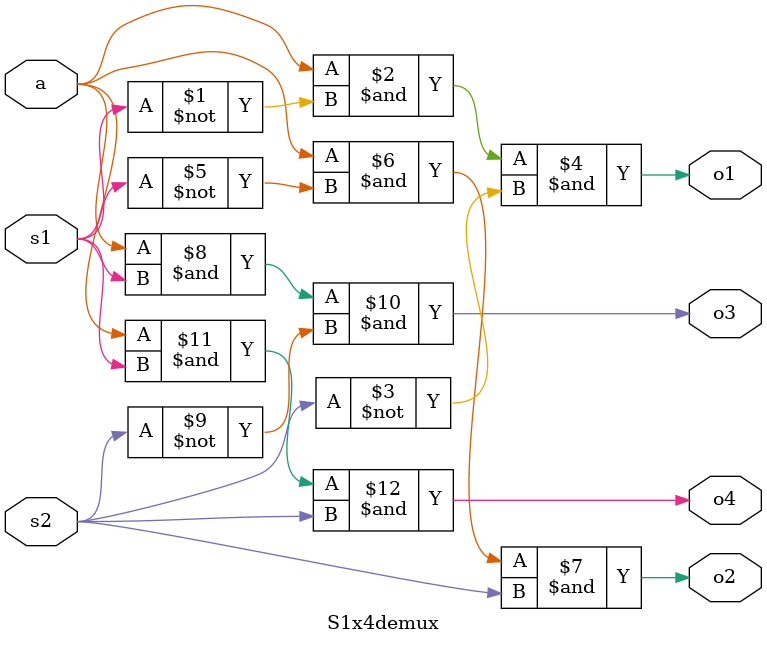
<source format=v>
`timescale 1ns / 1ps
module S1x4demux(o1,o2,o3,o4,a,s1,s2
    );
input a,s1,s2;
output o1,o2,o3,o4;
wire o1,o2,o3,o4;
and (o1,a,~s1,~s2);
and (o2,a,~s1,s2);
and (o3,a,s1,~s2);
and (o4,a,s1,s2);
endmodule

</source>
